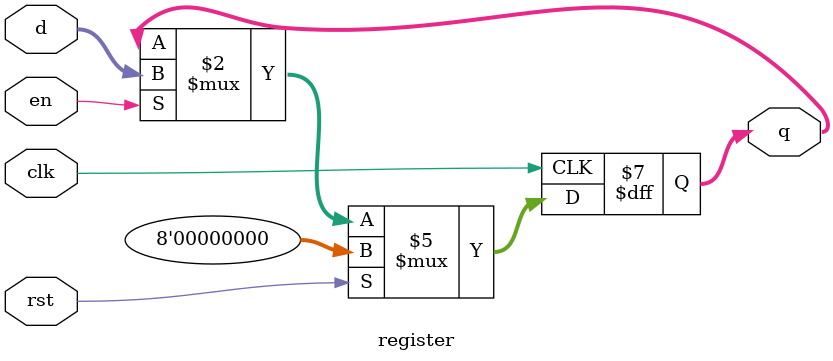
<source format=v>
`timescale 1ns / 1ps


module register(
    input clk,
    input rst,
    input en,
    input [7:0] d,
    output reg [7:0] q
    );
    
always @(posedge clk) begin
    if (rst)
        q <= 8'b0;
    else if (en)
        q <= d;
end

endmodule

</source>
